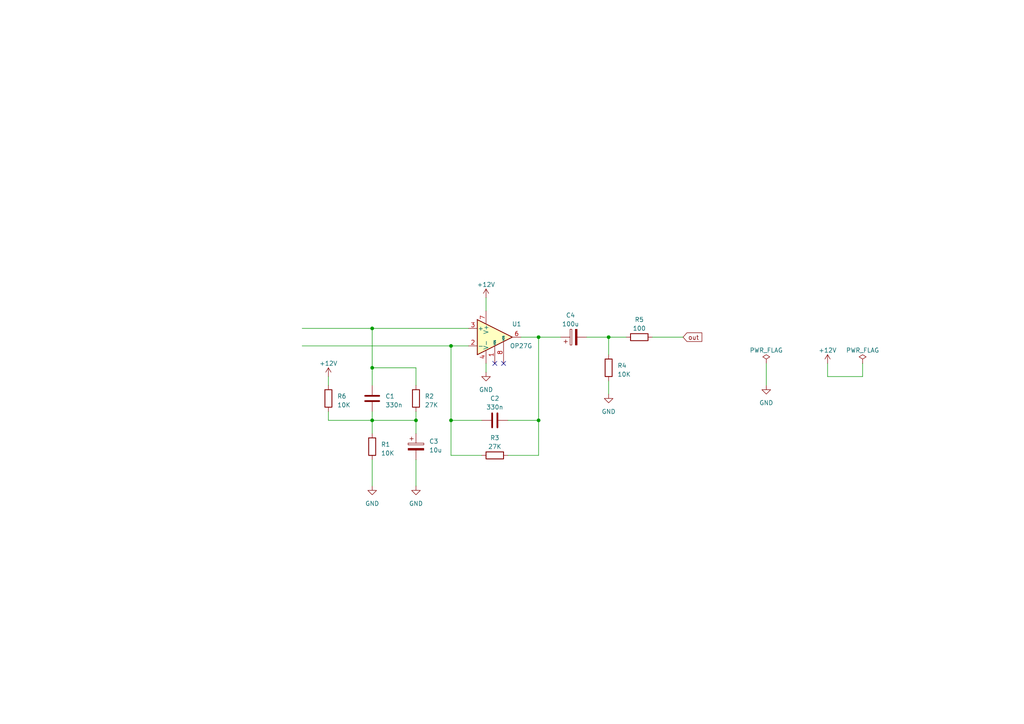
<source format=kicad_sch>
(kicad_sch (version 20230121) (generator eeschema)
  (paper "A4")
  (lib_symbols
    (symbol "Amplifier_Operational:OP07" (pin_names (offset 0.127))
      (property "Reference" "U" (at 1.27 6.35 0))
      (property "Value" "OP07" (at 1.27 3.81 0))
      (symbol "OP07_0_1"
        (polyline (pts (xy -5.08 5.08) (xy 5.08 0) (xy -5.08 -5.08) (xy -5.08 5.08)) (stroke (width 0.254)) (fill (type background)))
      )
      (symbol "OP07_1_1"
        (pin input line (at 0 -7.62 90) (length 5.08) (name "VOS") (number "1"))
        (pin input line (at -7.62 -2.54 0) (length 2.54) (name "-") (number "2"))
        (pin input line (at -7.62 2.54 0) (length 2.54) (name "+") (number "3"))
        (pin power_in line (at -2.54 -7.62 90) (length 3.81) (name "V-") (number "4"))
        (pin no_connect line (at 0 2.54 270) (length 2.54) hide (name "NC") (number "5"))
        (pin output line (at 7.62 0 180) (length 2.54) (name "~") (number "6"))
        (pin power_in line (at -2.54 7.62 270) (length 3.81) (name "V+") (number "7"))
        (pin input line (at 2.54 -7.62 90) (length 6.35) (name "VOS") (number "8"))
      )
    )
    (symbol "Device:C" (pin_numbers hide) (pin_names (offset 0.254))
      (property "Reference" "C" (at 0.635 2.54 0))
      (property "Value" "C" (at 0.635 -2.54 0))
      (symbol "C_0_1"
        (polyline (pts (xy -2.032 -0.762) (xy 2.032 -0.762)) (stroke (width 0.508)))
        (polyline (pts (xy -2.032 0.762) (xy 2.032 0.762)) (stroke (width 0.508)))
      )
      (symbol "C_1_1"
        (pin passive line (at 0 3.81 270) (length 2.794) (name "~") (number "1"))
        (pin passive line (at 0 -3.81 90) (length 2.794) (name "~") (number "2"))
      )
    )
    (symbol "Device:C_Polarized" (pin_numbers hide) (pin_names (offset 0.254))
      (property "Reference" "C" (at 0.635 2.54 0))
      (property "Value" "C_Polarized" (at 0.635 -2.54 0))
      (symbol "C_Polarized_0_1"
        (rectangle (start -2.286 0.508) (end 2.286 1.016))
        (polyline (pts (xy -1.778 2.286) (xy -0.762 2.286)))
        (polyline (pts (xy -1.27 2.794) (xy -1.27 1.778)))
        (rectangle (start 2.286 -0.508) (end -2.286 -1.016) (fill (type outline)))
      )
      (symbol "C_Polarized_1_1"
        (pin passive line (at 0 3.81 270) (length 2.794) (name "~") (number "1"))
        (pin passive line (at 0 -3.81 90) (length 2.794) (name "~") (number "2"))
      )
    )
    (symbol "Device:R" (pin_numbers hide) (pin_names (offset 0))
      (property "Reference" "R" (at 2.032 0 90))
      (property "Value" "R" (at 0 0 90))
      (symbol "R_0_1"
        (rectangle (start -1.016 -2.54) (end 1.016 2.54) (stroke (width 0.254)))
      )
      (symbol "R_1_1"
        (pin passive line (at 0 3.81 270) (length 1.27) (name "~") (number "1"))
        (pin passive line (at 0 -3.81 90) (length 1.27) (name "~") (number "2"))
      )
    )
    (symbol "power:+12V" (power) (pin_names (offset 0))
      (property "Value" "+12V" (at 0 3.556 0))
      (symbol "+12V_0_1"
        (polyline (pts (xy -0.762 1.27) (xy 0 2.54)))
        (polyline (pts (xy 0 0) (xy 0 2.54)))
        (polyline (pts (xy 0 2.54) (xy 0.762 1.27)))
      )
      (symbol "+12V_1_1"
        (pin power_in line (at 0 0 90) (length 0) hide (name "+12V") (number "1"))
      )
    )
    (symbol "power:GND" (power) (pin_names (offset 0))
      (property "Value" "GND" (at 0 -3.81 0))
      (symbol "GND_0_1"
        (polyline (pts (xy 0 0) (xy 0 -1.27) (xy 1.27 -1.27) (xy 0 -2.54) (xy -1.27 -1.27) (xy 0 -1.27)))
      )
      (symbol "GND_1_1"
        (pin power_in line (at 0 0 270) (length 0) hide (name "GND") (number "1"))
      )
    )
    (symbol "power:PWR_FLAG" (power) (pin_numbers hide) (pin_names (offset 0) hide)
      (property "Value" "PWR_FLAG" (at 0 3.81 0))
      (symbol "PWR_FLAG_0_0"
        (pin power_out line (at 0 0 90) (length 0) (name "pwr") (number "1"))
      )
      (symbol "PWR_FLAG_0_1"
        (polyline (pts (xy 0 0) (xy 0 1.27) (xy -1.016 1.905) (xy 0 2.54) (xy 1.016 1.905) (xy 0 1.27)))
      )
    )
  )
  (junction (at 107.95 121.92))
  (junction (at 156.21 97.79))
  (junction (at 107.95 95.25))
  (junction (at 130.81 100.33))
  (junction (at 120.65 121.92))
  (junction (at 130.81 121.92))
  (junction (at 107.95 106.68))
  (junction (at 176.53 97.79))
  (junction (at 156.21 121.92))
  (no_connect (at 146.05 105.41))
  (no_connect (at 143.51 105.41))
  (wire (pts (xy 176.53 97.79) (xy 181.61 97.79)))
  (wire (pts (xy 130.81 121.92) (xy 130.81 132.08)))
  (wire (pts (xy 120.65 119.38) (xy 120.65 121.92)))
  (wire (pts (xy 140.97 105.41) (xy 140.97 107.95)))
  (wire (pts (xy 107.95 133.35) (xy 107.95 140.97)))
  (wire (pts (xy 107.95 95.25) (xy 107.95 106.68)))
  (wire (pts (xy 240.03 109.22) (xy 250.19 109.22)))
  (wire (pts (xy 95.25 109.22) (xy 95.25 111.76)))
  (wire (pts (xy 240.03 105.41) (xy 240.03 109.22)))
  (wire (pts (xy 135.89 100.33) (xy 130.81 100.33)))
  (wire (pts (xy 107.95 121.92) (xy 107.95 125.73)))
  (wire (pts (xy 87.63 100.33) (xy 130.81 100.33)))
  (wire (pts (xy 130.81 132.08) (xy 139.7 132.08)))
  (wire (pts (xy 107.95 121.92) (xy 120.65 121.92)))
  (wire (pts (xy 156.21 121.92) (xy 156.21 132.08)))
  (wire (pts (xy 156.21 97.79) (xy 162.56 97.79)))
  (wire (pts (xy 140.97 86.36) (xy 140.97 90.17)))
  (wire (pts (xy 250.19 109.22) (xy 250.19 105.41)))
  (wire (pts (xy 120.65 133.35) (xy 120.65 140.97)))
  (wire (pts (xy 130.81 121.92) (xy 139.7 121.92)))
  (wire (pts (xy 176.53 110.49) (xy 176.53 114.3)))
  (wire (pts (xy 130.81 100.33) (xy 130.81 121.92)))
  (wire (pts (xy 222.25 105.41) (xy 222.25 111.76)))
  (wire (pts (xy 107.95 106.68) (xy 107.95 111.76)))
  (wire (pts (xy 120.65 121.92) (xy 120.65 125.73)))
  (wire (pts (xy 95.25 119.38) (xy 95.25 121.92)))
  (wire (pts (xy 107.95 119.38) (xy 107.95 121.92)))
  (wire (pts (xy 189.23 97.79) (xy 198.12 97.79)))
  (wire (pts (xy 170.18 97.79) (xy 176.53 97.79)))
  (wire (pts (xy 95.25 121.92) (xy 107.95 121.92)))
  (wire (pts (xy 120.65 106.68) (xy 107.95 106.68)))
  (wire (pts (xy 176.53 97.79) (xy 176.53 102.87)))
  (wire (pts (xy 156.21 97.79) (xy 156.21 121.92)))
  (wire (pts (xy 156.21 97.79) (xy 151.13 97.79)))
  (wire (pts (xy 147.32 132.08) (xy 156.21 132.08)))
  (wire (pts (xy 120.65 111.76) (xy 120.65 106.68)))
  (wire (pts (xy 87.63 95.25) (xy 107.95 95.25)))
  (wire (pts (xy 135.89 95.25) (xy 107.95 95.25)))
  (wire (pts (xy 147.32 121.92) (xy 156.21 121.92)))
  (global_label "out" (shape input) (at 198.12 97.79 0) (property "Intersheetrefs" "${INTERSHEET_REFS}" (effects hide)))
  (symbol (lib_id "power:+12V") (at 240.03 105.41 0) (unit 1)
    (property "Reference" "#PWR08" (effects hide))
    (property "Value" "+12V" (at 240.03 101.6 0))
  )
  (symbol (lib_id "Device:R") (at 176.53 106.68 0) (unit 1)
    (property "Reference" "R4" (at 179.07 106.045 0) (effects (justify left)))
    (property "Value" "10K" (at 179.07 108.585 0) (effects (justify left)))
  )
  (symbol (lib_id "power:+12V") (at 95.25 109.22 0) (unit 1)
    (property "Reference" "#PWR06" (effects hide))
    (property "Value" "+12V" (at 95.25 105.41 0))
  )
  (symbol (lib_id "Device:C") (at 107.95 115.57 0) (unit 1)
    (property "Reference" "C1" (at 111.76 114.935 0) (effects (justify left)))
    (property "Value" "330n" (at 111.76 117.475 0) (effects (justify left)))
  )
  (symbol (lib_id "Device:R") (at 107.95 129.54 0) (unit 1)
    (property "Reference" "R1" (at 110.49 128.905 0) (effects (justify left)))
    (property "Value" "10K" (at 110.49 131.445 0) (effects (justify left)))
  )
  (symbol (lib_id "Device:C_Polarized") (at 120.65 129.54 0) (unit 1)
    (property "Reference" "C3" (at 124.46 128.016 0) (effects (justify left)))
    (property "Value" "10u" (at 124.46 130.556 0) (effects (justify left)))
  )
  (symbol (lib_id "Device:R") (at 120.65 115.57 0) (unit 1)
    (property "Reference" "R2" (at 123.19 114.935 0) (effects (justify left)))
    (property "Value" "27K" (at 123.19 117.475 0) (effects (justify left)))
  )
  (symbol (lib_id "power:PWR_FLAG") (at 250.19 105.41 0) (unit 1)
    (property "Reference" "#FLG02" (effects hide))
    (property "Value" "PWR_FLAG" (at 250.19 101.6 0))
  )
  (symbol (lib_id "power:GND") (at 222.25 111.76 0) (unit 1)
    (property "Reference" "#PWR07" (effects hide))
    (property "Value" "GND" (at 222.25 116.84 0))
  )
  (symbol (lib_id "Device:R") (at 185.42 97.79 90) (unit 1)
    (property "Reference" "R5" (at 185.42 92.71 90))
    (property "Value" "100" (at 185.42 95.25 90))
  )
  (symbol (lib_id "power:GND") (at 140.97 107.95 0) (unit 1)
    (property "Reference" "#PWR01" (effects hide))
    (property "Value" "GND" (at 140.97 113.03 0))
  )
  (symbol (lib_id "Amplifier_Operational:OP07") (at 143.51 97.79 0) (unit 1)
    (property "Reference" "U1" (at 149.86 93.98 0))
    (property "Value" "OP27G" (at 151.13 100.33 0))
    (property "Datasheet" "https://www.analog.com/media/en/technical-documentation/data-sheets/OP07.pdf" (effects hide))
  )
  (symbol (lib_id "Device:C_Polarized") (at 166.37 97.79 90) (unit 1)
    (property "Reference" "C4" (at 165.481 91.44 90))
    (property "Value" "100u" (at 165.481 93.98 90))
  )
  (symbol (lib_id "power:+12V") (at 140.97 86.36 0) (unit 1)
    (property "Reference" "#PWR04" (effects hide))
    (property "Value" "+12V" (at 140.97 82.55 0))
  )
  (symbol (lib_id "Device:R") (at 95.25 115.57 0) (unit 1)
    (property "Reference" "R6" (at 97.79 114.935 0) (effects (justify left)))
    (property "Value" "10K" (at 97.79 117.475 0) (effects (justify left)))
  )
  (symbol (lib_id "Device:C") (at 143.51 121.92 90) (unit 1)
    (property "Reference" "C2" (at 143.51 115.57 90))
    (property "Value" "330n" (at 143.51 118.11 90))
  )
  (symbol (lib_id "Device:R") (at 143.51 132.08 90) (unit 1)
    (property "Reference" "R3" (at 143.51 127 90))
    (property "Value" "27K" (at 143.51 129.54 90))
  )
  (symbol (lib_id "power:GND") (at 107.95 140.97 0) (unit 1)
    (property "Reference" "#PWR03" (effects hide))
    (property "Value" "GND" (at 107.95 146.05 0))
  )
  (symbol (lib_id "power:PWR_FLAG") (at 222.25 105.41 0) (unit 1)
    (property "Reference" "#FLG01" (effects hide))
    (property "Value" "PWR_FLAG" (at 222.25 101.6 0))
  )
  (symbol (lib_id "power:GND") (at 120.65 140.97 0) (unit 1)
    (property "Reference" "#PWR02" (effects hide))
    (property "Value" "GND" (at 120.65 146.05 0))
  )
  (symbol (lib_id "power:GND") (at 176.53 114.3 0) (unit 1)
    (property "Reference" "#PWR05" (effects hide))
    (property "Value" "GND" (at 176.53 119.38 0))
  )
)
</source>
